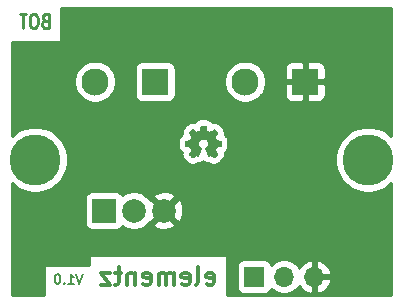
<source format=gbr>
G04 #@! TF.GenerationSoftware,KiCad,Pcbnew,5.1.5-52549c5~86~ubuntu16.04.1*
G04 #@! TF.CreationDate,2020-07-28T22:18:50+05:30*
G04 #@! TF.ProjectId,IRF520_MOSFET_Driver_V1.0,49524635-3230-45f4-9d4f-534645545f44,v1.0*
G04 #@! TF.SameCoordinates,Original*
G04 #@! TF.FileFunction,Copper,L2,Bot*
G04 #@! TF.FilePolarity,Positive*
%FSLAX46Y46*%
G04 Gerber Fmt 4.6, Leading zero omitted, Abs format (unit mm)*
G04 Created by KiCad (PCBNEW 5.1.5-52549c5~86~ubuntu16.04.1) date 2020-07-28 22:18:50*
%MOMM*%
%LPD*%
G04 APERTURE LIST*
%ADD10C,0.200000*%
%ADD11C,0.300000*%
%ADD12C,0.250000*%
%ADD13C,0.002540*%
%ADD14C,2.300000*%
%ADD15R,2.200000X2.200000*%
%ADD16O,1.700000X1.700000*%
%ADD17R,1.700000X1.700000*%
%ADD18R,2.000000X2.000000*%
%ADD19C,2.000000*%
%ADD20C,4.318000*%
%ADD21C,0.254000*%
G04 APERTURE END LIST*
D10*
X122631047Y-86175904D02*
X122364380Y-86975904D01*
X122097714Y-86175904D01*
X121412000Y-86975904D02*
X121869142Y-86975904D01*
X121640571Y-86975904D02*
X121640571Y-86175904D01*
X121716761Y-86290190D01*
X121792952Y-86366380D01*
X121869142Y-86404476D01*
X121069142Y-86899714D02*
X121031047Y-86937809D01*
X121069142Y-86975904D01*
X121107238Y-86937809D01*
X121069142Y-86899714D01*
X121069142Y-86975904D01*
X120535809Y-86175904D02*
X120459619Y-86175904D01*
X120383428Y-86214000D01*
X120345333Y-86252095D01*
X120307238Y-86328285D01*
X120269142Y-86480666D01*
X120269142Y-86671142D01*
X120307238Y-86823523D01*
X120345333Y-86899714D01*
X120383428Y-86937809D01*
X120459619Y-86975904D01*
X120535809Y-86975904D01*
X120612000Y-86937809D01*
X120650095Y-86899714D01*
X120688190Y-86823523D01*
X120726285Y-86671142D01*
X120726285Y-86480666D01*
X120688190Y-86328285D01*
X120650095Y-86252095D01*
X120612000Y-86214000D01*
X120535809Y-86175904D01*
D11*
X133139142Y-86967142D02*
X133282000Y-87038571D01*
X133567714Y-87038571D01*
X133710571Y-86967142D01*
X133782000Y-86824285D01*
X133782000Y-86252857D01*
X133710571Y-86110000D01*
X133567714Y-86038571D01*
X133282000Y-86038571D01*
X133139142Y-86110000D01*
X133067714Y-86252857D01*
X133067714Y-86395714D01*
X133782000Y-86538571D01*
X132210571Y-87038571D02*
X132353428Y-86967142D01*
X132424857Y-86824285D01*
X132424857Y-85538571D01*
X131067714Y-86967142D02*
X131210571Y-87038571D01*
X131496285Y-87038571D01*
X131639142Y-86967142D01*
X131710571Y-86824285D01*
X131710571Y-86252857D01*
X131639142Y-86110000D01*
X131496285Y-86038571D01*
X131210571Y-86038571D01*
X131067714Y-86110000D01*
X130996285Y-86252857D01*
X130996285Y-86395714D01*
X131710571Y-86538571D01*
X130353428Y-87038571D02*
X130353428Y-86038571D01*
X130353428Y-86181428D02*
X130282000Y-86110000D01*
X130139142Y-86038571D01*
X129924857Y-86038571D01*
X129782000Y-86110000D01*
X129710571Y-86252857D01*
X129710571Y-87038571D01*
X129710571Y-86252857D02*
X129639142Y-86110000D01*
X129496285Y-86038571D01*
X129282000Y-86038571D01*
X129139142Y-86110000D01*
X129067714Y-86252857D01*
X129067714Y-87038571D01*
X127782000Y-86967142D02*
X127924857Y-87038571D01*
X128210571Y-87038571D01*
X128353428Y-86967142D01*
X128424857Y-86824285D01*
X128424857Y-86252857D01*
X128353428Y-86110000D01*
X128210571Y-86038571D01*
X127924857Y-86038571D01*
X127782000Y-86110000D01*
X127710571Y-86252857D01*
X127710571Y-86395714D01*
X128424857Y-86538571D01*
X127067714Y-86038571D02*
X127067714Y-87038571D01*
X127067714Y-86181428D02*
X126996285Y-86110000D01*
X126853428Y-86038571D01*
X126639142Y-86038571D01*
X126496285Y-86110000D01*
X126424857Y-86252857D01*
X126424857Y-87038571D01*
X125924857Y-86038571D02*
X125353428Y-86038571D01*
X125710571Y-85538571D02*
X125710571Y-86824285D01*
X125639142Y-86967142D01*
X125496285Y-87038571D01*
X125353428Y-87038571D01*
X124996285Y-86038571D02*
X124210571Y-86038571D01*
X124996285Y-87038571D01*
X124210571Y-87038571D01*
D12*
X119451333Y-64684285D02*
X119308476Y-64741428D01*
X119260857Y-64798571D01*
X119213238Y-64912857D01*
X119213238Y-65084285D01*
X119260857Y-65198571D01*
X119308476Y-65255714D01*
X119403714Y-65312857D01*
X119784666Y-65312857D01*
X119784666Y-64112857D01*
X119451333Y-64112857D01*
X119356095Y-64170000D01*
X119308476Y-64227142D01*
X119260857Y-64341428D01*
X119260857Y-64455714D01*
X119308476Y-64570000D01*
X119356095Y-64627142D01*
X119451333Y-64684285D01*
X119784666Y-64684285D01*
X118594190Y-64112857D02*
X118403714Y-64112857D01*
X118308476Y-64170000D01*
X118213238Y-64284285D01*
X118165619Y-64512857D01*
X118165619Y-64912857D01*
X118213238Y-65141428D01*
X118308476Y-65255714D01*
X118403714Y-65312857D01*
X118594190Y-65312857D01*
X118689428Y-65255714D01*
X118784666Y-65141428D01*
X118832285Y-64912857D01*
X118832285Y-64512857D01*
X118784666Y-64284285D01*
X118689428Y-64170000D01*
X118594190Y-64112857D01*
X117879904Y-64112857D02*
X117308476Y-64112857D01*
X117594190Y-65312857D02*
X117594190Y-64112857D01*
D13*
G36*
X131932680Y-76276200D02*
G01*
X131950460Y-76268580D01*
X131983480Y-76245720D01*
X132034280Y-76212700D01*
X132092700Y-76174600D01*
X132153660Y-76133960D01*
X132201920Y-76100940D01*
X132237480Y-76078080D01*
X132250180Y-76070460D01*
X132257800Y-76073000D01*
X132285740Y-76088240D01*
X132326380Y-76108560D01*
X132351780Y-76121260D01*
X132389880Y-76136500D01*
X132407660Y-76141580D01*
X132410200Y-76136500D01*
X132425440Y-76106020D01*
X132445760Y-76057760D01*
X132473700Y-75991720D01*
X132506720Y-75915520D01*
X132542280Y-75834240D01*
X132575300Y-75750420D01*
X132608320Y-75671680D01*
X132638800Y-75598020D01*
X132661660Y-75539600D01*
X132676900Y-75498960D01*
X132684520Y-75481180D01*
X132681980Y-75478640D01*
X132664200Y-75460860D01*
X132631180Y-75435460D01*
X132560060Y-75377040D01*
X132488940Y-75290680D01*
X132445760Y-75191620D01*
X132433060Y-75079860D01*
X132443220Y-74978260D01*
X132483860Y-74881740D01*
X132552440Y-74792840D01*
X132636260Y-74726800D01*
X132732780Y-74686160D01*
X132842000Y-74673460D01*
X132946140Y-74683620D01*
X133045200Y-74724260D01*
X133134100Y-74790300D01*
X133172200Y-74833480D01*
X133223000Y-74924920D01*
X133253480Y-75018900D01*
X133256020Y-75041760D01*
X133250940Y-75148440D01*
X133220460Y-75250040D01*
X133164580Y-75338940D01*
X133088380Y-75412600D01*
X133078220Y-75420220D01*
X133042660Y-75448160D01*
X133017260Y-75465940D01*
X132999480Y-75481180D01*
X133134100Y-75803760D01*
X133154420Y-75854560D01*
X133192520Y-75943460D01*
X133223000Y-76019660D01*
X133250940Y-76080620D01*
X133268720Y-76121260D01*
X133276340Y-76136500D01*
X133289040Y-76139040D01*
X133311900Y-76131420D01*
X133357620Y-76108560D01*
X133388100Y-76093320D01*
X133421120Y-76078080D01*
X133436360Y-76070460D01*
X133451600Y-76078080D01*
X133484620Y-76098400D01*
X133530340Y-76131420D01*
X133588760Y-76169520D01*
X133644640Y-76207620D01*
X133695440Y-76240640D01*
X133731000Y-76266040D01*
X133748780Y-76273660D01*
X133751320Y-76273660D01*
X133769100Y-76266040D01*
X133797040Y-76240640D01*
X133840220Y-76200000D01*
X133903720Y-76139040D01*
X133913880Y-76128880D01*
X133964680Y-76078080D01*
X134005320Y-76032360D01*
X134033260Y-76001880D01*
X134043420Y-75989180D01*
X134033260Y-75971400D01*
X134010400Y-75933300D01*
X133977380Y-75882500D01*
X133936740Y-75821540D01*
X133830060Y-75666600D01*
X133888480Y-75521820D01*
X133906260Y-75476100D01*
X133929120Y-75420220D01*
X133946900Y-75382120D01*
X133954520Y-75364340D01*
X133972300Y-75359260D01*
X134010400Y-75349100D01*
X134068820Y-75338940D01*
X134139940Y-75326240D01*
X134205980Y-75313540D01*
X134264400Y-75300840D01*
X134307580Y-75293220D01*
X134327900Y-75290680D01*
X134332980Y-75285600D01*
X134335520Y-75277980D01*
X134338060Y-75257660D01*
X134340600Y-75219560D01*
X134340600Y-75163680D01*
X134340600Y-75079860D01*
X134340600Y-75072240D01*
X134340600Y-74993500D01*
X134338060Y-74930000D01*
X134335520Y-74891900D01*
X134332980Y-74874120D01*
X134315200Y-74869040D01*
X134272020Y-74861420D01*
X134213600Y-74848720D01*
X134142480Y-74836020D01*
X134137400Y-74836020D01*
X134066280Y-74820780D01*
X134007860Y-74808080D01*
X133964680Y-74800460D01*
X133946900Y-74792840D01*
X133944360Y-74787760D01*
X133929120Y-74759820D01*
X133908800Y-74716640D01*
X133885940Y-74663300D01*
X133863080Y-74607420D01*
X133842760Y-74556620D01*
X133830060Y-74521060D01*
X133824980Y-74503280D01*
X133835140Y-74485500D01*
X133860540Y-74449940D01*
X133896100Y-74399140D01*
X133936740Y-74338180D01*
X133939280Y-74333100D01*
X133979920Y-74272140D01*
X134012940Y-74221340D01*
X134035800Y-74185780D01*
X134043420Y-74170540D01*
X134043420Y-74168000D01*
X134030720Y-74150220D01*
X134000240Y-74117200D01*
X133954520Y-74071480D01*
X133903720Y-74018140D01*
X133885940Y-74002900D01*
X133827520Y-73944480D01*
X133786880Y-73908920D01*
X133761480Y-73888600D01*
X133751320Y-73883520D01*
X133748780Y-73883520D01*
X133731000Y-73893680D01*
X133692900Y-73919080D01*
X133642100Y-73954640D01*
X133581140Y-73995280D01*
X133578600Y-73997820D01*
X133517640Y-74038460D01*
X133466840Y-74074020D01*
X133431280Y-74096880D01*
X133416040Y-74104500D01*
X133413500Y-74104500D01*
X133390640Y-74099420D01*
X133347460Y-74084180D01*
X133294120Y-74063860D01*
X133238240Y-74041000D01*
X133187440Y-74020680D01*
X133151880Y-74002900D01*
X133134100Y-73992740D01*
X133131560Y-73992740D01*
X133126480Y-73969880D01*
X133116320Y-73924160D01*
X133103620Y-73863200D01*
X133088380Y-73789540D01*
X133085840Y-73779380D01*
X133073140Y-73705720D01*
X133062980Y-73647300D01*
X133052820Y-73606660D01*
X133050280Y-73588880D01*
X133040120Y-73588880D01*
X133004560Y-73586340D01*
X132951220Y-73583800D01*
X132885180Y-73583800D01*
X132819140Y-73583800D01*
X132753100Y-73583800D01*
X132697220Y-73586340D01*
X132656580Y-73588880D01*
X132638800Y-73593960D01*
X132633720Y-73616820D01*
X132623560Y-73660000D01*
X132610860Y-73723500D01*
X132595620Y-73797160D01*
X132593080Y-73809860D01*
X132580380Y-73880980D01*
X132567680Y-73939400D01*
X132560060Y-73980040D01*
X132554980Y-73995280D01*
X132549900Y-73997820D01*
X132519420Y-74013060D01*
X132471160Y-74030840D01*
X132412740Y-74056240D01*
X132275580Y-74112120D01*
X132107940Y-73995280D01*
X132092700Y-73985120D01*
X132031740Y-73944480D01*
X131980940Y-73911460D01*
X131945380Y-73888600D01*
X131932680Y-73880980D01*
X131930140Y-73880980D01*
X131914900Y-73896220D01*
X131881880Y-73926700D01*
X131836160Y-73972420D01*
X131782820Y-74023220D01*
X131742180Y-74063860D01*
X131696460Y-74109580D01*
X131668520Y-74142600D01*
X131650740Y-74162920D01*
X131645660Y-74175620D01*
X131648200Y-74183240D01*
X131658360Y-74201020D01*
X131683760Y-74236580D01*
X131716780Y-74289920D01*
X131757420Y-74348340D01*
X131792980Y-74399140D01*
X131828540Y-74455020D01*
X131851400Y-74495660D01*
X131861560Y-74513440D01*
X131859020Y-74523600D01*
X131846320Y-74556620D01*
X131826000Y-74604880D01*
X131800600Y-74665840D01*
X131742180Y-74797920D01*
X131655820Y-74815700D01*
X131602480Y-74825860D01*
X131528820Y-74838560D01*
X131457700Y-74853800D01*
X131345940Y-74874120D01*
X131343400Y-75277980D01*
X131361180Y-75285600D01*
X131376420Y-75290680D01*
X131417060Y-75300840D01*
X131475480Y-75311000D01*
X131544060Y-75323700D01*
X131605020Y-75336400D01*
X131663440Y-75346560D01*
X131706620Y-75354180D01*
X131724400Y-75359260D01*
X131729480Y-75364340D01*
X131744720Y-75394820D01*
X131765040Y-75440540D01*
X131787900Y-75493880D01*
X131813300Y-75552300D01*
X131833620Y-75603100D01*
X131848860Y-75643740D01*
X131853940Y-75664060D01*
X131846320Y-75679300D01*
X131823460Y-75714860D01*
X131790440Y-75765660D01*
X131749800Y-75824080D01*
X131709160Y-75882500D01*
X131676140Y-75933300D01*
X131650740Y-75968860D01*
X131643120Y-75986640D01*
X131648200Y-75996800D01*
X131671060Y-76024740D01*
X131714240Y-76070460D01*
X131780280Y-76136500D01*
X131792980Y-76146660D01*
X131843780Y-76197460D01*
X131889500Y-76238100D01*
X131919980Y-76266040D01*
X131932680Y-76276200D01*
G37*
X131932680Y-76276200D02*
X131950460Y-76268580D01*
X131983480Y-76245720D01*
X132034280Y-76212700D01*
X132092700Y-76174600D01*
X132153660Y-76133960D01*
X132201920Y-76100940D01*
X132237480Y-76078080D01*
X132250180Y-76070460D01*
X132257800Y-76073000D01*
X132285740Y-76088240D01*
X132326380Y-76108560D01*
X132351780Y-76121260D01*
X132389880Y-76136500D01*
X132407660Y-76141580D01*
X132410200Y-76136500D01*
X132425440Y-76106020D01*
X132445760Y-76057760D01*
X132473700Y-75991720D01*
X132506720Y-75915520D01*
X132542280Y-75834240D01*
X132575300Y-75750420D01*
X132608320Y-75671680D01*
X132638800Y-75598020D01*
X132661660Y-75539600D01*
X132676900Y-75498960D01*
X132684520Y-75481180D01*
X132681980Y-75478640D01*
X132664200Y-75460860D01*
X132631180Y-75435460D01*
X132560060Y-75377040D01*
X132488940Y-75290680D01*
X132445760Y-75191620D01*
X132433060Y-75079860D01*
X132443220Y-74978260D01*
X132483860Y-74881740D01*
X132552440Y-74792840D01*
X132636260Y-74726800D01*
X132732780Y-74686160D01*
X132842000Y-74673460D01*
X132946140Y-74683620D01*
X133045200Y-74724260D01*
X133134100Y-74790300D01*
X133172200Y-74833480D01*
X133223000Y-74924920D01*
X133253480Y-75018900D01*
X133256020Y-75041760D01*
X133250940Y-75148440D01*
X133220460Y-75250040D01*
X133164580Y-75338940D01*
X133088380Y-75412600D01*
X133078220Y-75420220D01*
X133042660Y-75448160D01*
X133017260Y-75465940D01*
X132999480Y-75481180D01*
X133134100Y-75803760D01*
X133154420Y-75854560D01*
X133192520Y-75943460D01*
X133223000Y-76019660D01*
X133250940Y-76080620D01*
X133268720Y-76121260D01*
X133276340Y-76136500D01*
X133289040Y-76139040D01*
X133311900Y-76131420D01*
X133357620Y-76108560D01*
X133388100Y-76093320D01*
X133421120Y-76078080D01*
X133436360Y-76070460D01*
X133451600Y-76078080D01*
X133484620Y-76098400D01*
X133530340Y-76131420D01*
X133588760Y-76169520D01*
X133644640Y-76207620D01*
X133695440Y-76240640D01*
X133731000Y-76266040D01*
X133748780Y-76273660D01*
X133751320Y-76273660D01*
X133769100Y-76266040D01*
X133797040Y-76240640D01*
X133840220Y-76200000D01*
X133903720Y-76139040D01*
X133913880Y-76128880D01*
X133964680Y-76078080D01*
X134005320Y-76032360D01*
X134033260Y-76001880D01*
X134043420Y-75989180D01*
X134033260Y-75971400D01*
X134010400Y-75933300D01*
X133977380Y-75882500D01*
X133936740Y-75821540D01*
X133830060Y-75666600D01*
X133888480Y-75521820D01*
X133906260Y-75476100D01*
X133929120Y-75420220D01*
X133946900Y-75382120D01*
X133954520Y-75364340D01*
X133972300Y-75359260D01*
X134010400Y-75349100D01*
X134068820Y-75338940D01*
X134139940Y-75326240D01*
X134205980Y-75313540D01*
X134264400Y-75300840D01*
X134307580Y-75293220D01*
X134327900Y-75290680D01*
X134332980Y-75285600D01*
X134335520Y-75277980D01*
X134338060Y-75257660D01*
X134340600Y-75219560D01*
X134340600Y-75163680D01*
X134340600Y-75079860D01*
X134340600Y-75072240D01*
X134340600Y-74993500D01*
X134338060Y-74930000D01*
X134335520Y-74891900D01*
X134332980Y-74874120D01*
X134315200Y-74869040D01*
X134272020Y-74861420D01*
X134213600Y-74848720D01*
X134142480Y-74836020D01*
X134137400Y-74836020D01*
X134066280Y-74820780D01*
X134007860Y-74808080D01*
X133964680Y-74800460D01*
X133946900Y-74792840D01*
X133944360Y-74787760D01*
X133929120Y-74759820D01*
X133908800Y-74716640D01*
X133885940Y-74663300D01*
X133863080Y-74607420D01*
X133842760Y-74556620D01*
X133830060Y-74521060D01*
X133824980Y-74503280D01*
X133835140Y-74485500D01*
X133860540Y-74449940D01*
X133896100Y-74399140D01*
X133936740Y-74338180D01*
X133939280Y-74333100D01*
X133979920Y-74272140D01*
X134012940Y-74221340D01*
X134035800Y-74185780D01*
X134043420Y-74170540D01*
X134043420Y-74168000D01*
X134030720Y-74150220D01*
X134000240Y-74117200D01*
X133954520Y-74071480D01*
X133903720Y-74018140D01*
X133885940Y-74002900D01*
X133827520Y-73944480D01*
X133786880Y-73908920D01*
X133761480Y-73888600D01*
X133751320Y-73883520D01*
X133748780Y-73883520D01*
X133731000Y-73893680D01*
X133692900Y-73919080D01*
X133642100Y-73954640D01*
X133581140Y-73995280D01*
X133578600Y-73997820D01*
X133517640Y-74038460D01*
X133466840Y-74074020D01*
X133431280Y-74096880D01*
X133416040Y-74104500D01*
X133413500Y-74104500D01*
X133390640Y-74099420D01*
X133347460Y-74084180D01*
X133294120Y-74063860D01*
X133238240Y-74041000D01*
X133187440Y-74020680D01*
X133151880Y-74002900D01*
X133134100Y-73992740D01*
X133131560Y-73992740D01*
X133126480Y-73969880D01*
X133116320Y-73924160D01*
X133103620Y-73863200D01*
X133088380Y-73789540D01*
X133085840Y-73779380D01*
X133073140Y-73705720D01*
X133062980Y-73647300D01*
X133052820Y-73606660D01*
X133050280Y-73588880D01*
X133040120Y-73588880D01*
X133004560Y-73586340D01*
X132951220Y-73583800D01*
X132885180Y-73583800D01*
X132819140Y-73583800D01*
X132753100Y-73583800D01*
X132697220Y-73586340D01*
X132656580Y-73588880D01*
X132638800Y-73593960D01*
X132633720Y-73616820D01*
X132623560Y-73660000D01*
X132610860Y-73723500D01*
X132595620Y-73797160D01*
X132593080Y-73809860D01*
X132580380Y-73880980D01*
X132567680Y-73939400D01*
X132560060Y-73980040D01*
X132554980Y-73995280D01*
X132549900Y-73997820D01*
X132519420Y-74013060D01*
X132471160Y-74030840D01*
X132412740Y-74056240D01*
X132275580Y-74112120D01*
X132107940Y-73995280D01*
X132092700Y-73985120D01*
X132031740Y-73944480D01*
X131980940Y-73911460D01*
X131945380Y-73888600D01*
X131932680Y-73880980D01*
X131930140Y-73880980D01*
X131914900Y-73896220D01*
X131881880Y-73926700D01*
X131836160Y-73972420D01*
X131782820Y-74023220D01*
X131742180Y-74063860D01*
X131696460Y-74109580D01*
X131668520Y-74142600D01*
X131650740Y-74162920D01*
X131645660Y-74175620D01*
X131648200Y-74183240D01*
X131658360Y-74201020D01*
X131683760Y-74236580D01*
X131716780Y-74289920D01*
X131757420Y-74348340D01*
X131792980Y-74399140D01*
X131828540Y-74455020D01*
X131851400Y-74495660D01*
X131861560Y-74513440D01*
X131859020Y-74523600D01*
X131846320Y-74556620D01*
X131826000Y-74604880D01*
X131800600Y-74665840D01*
X131742180Y-74797920D01*
X131655820Y-74815700D01*
X131602480Y-74825860D01*
X131528820Y-74838560D01*
X131457700Y-74853800D01*
X131345940Y-74874120D01*
X131343400Y-75277980D01*
X131361180Y-75285600D01*
X131376420Y-75290680D01*
X131417060Y-75300840D01*
X131475480Y-75311000D01*
X131544060Y-75323700D01*
X131605020Y-75336400D01*
X131663440Y-75346560D01*
X131706620Y-75354180D01*
X131724400Y-75359260D01*
X131729480Y-75364340D01*
X131744720Y-75394820D01*
X131765040Y-75440540D01*
X131787900Y-75493880D01*
X131813300Y-75552300D01*
X131833620Y-75603100D01*
X131848860Y-75643740D01*
X131853940Y-75664060D01*
X131846320Y-75679300D01*
X131823460Y-75714860D01*
X131790440Y-75765660D01*
X131749800Y-75824080D01*
X131709160Y-75882500D01*
X131676140Y-75933300D01*
X131650740Y-75968860D01*
X131643120Y-75986640D01*
X131648200Y-75996800D01*
X131671060Y-76024740D01*
X131714240Y-76070460D01*
X131780280Y-76136500D01*
X131792980Y-76146660D01*
X131843780Y-76197460D01*
X131889500Y-76238100D01*
X131919980Y-76266040D01*
X131932680Y-76276200D01*
D14*
X123698000Y-69850000D03*
D15*
X128778000Y-69850000D03*
D14*
X136398000Y-69850000D03*
D15*
X141478000Y-69850000D03*
D16*
X142240000Y-86360000D03*
X139700000Y-86360000D03*
D17*
X137160000Y-86360000D03*
D18*
X124460000Y-80772000D03*
D19*
X127000000Y-80772000D03*
X129540000Y-80772000D03*
D20*
X146812000Y-76454000D03*
X118618000Y-76454000D03*
D21*
G36*
X148740001Y-74430688D02*
G01*
X148593071Y-74283758D01*
X148135455Y-73977989D01*
X147626980Y-73767372D01*
X147087185Y-73660000D01*
X146536815Y-73660000D01*
X145997020Y-73767372D01*
X145488545Y-73977989D01*
X145030929Y-74283758D01*
X144641758Y-74672929D01*
X144335989Y-75130545D01*
X144125372Y-75639020D01*
X144018000Y-76178815D01*
X144018000Y-76729185D01*
X144125372Y-77268980D01*
X144335989Y-77777455D01*
X144641758Y-78235071D01*
X145030929Y-78624242D01*
X145488545Y-78930011D01*
X145997020Y-79140628D01*
X146536815Y-79248000D01*
X147087185Y-79248000D01*
X147626980Y-79140628D01*
X148135455Y-78930011D01*
X148593071Y-78624242D01*
X148740000Y-78477313D01*
X148740000Y-87940000D01*
X134852715Y-87940000D01*
X134852715Y-85510000D01*
X135671928Y-85510000D01*
X135671928Y-87210000D01*
X135684188Y-87334482D01*
X135720498Y-87454180D01*
X135779463Y-87564494D01*
X135858815Y-87661185D01*
X135955506Y-87740537D01*
X136065820Y-87799502D01*
X136185518Y-87835812D01*
X136310000Y-87848072D01*
X138010000Y-87848072D01*
X138134482Y-87835812D01*
X138254180Y-87799502D01*
X138364494Y-87740537D01*
X138461185Y-87661185D01*
X138540537Y-87564494D01*
X138599502Y-87454180D01*
X138621513Y-87381620D01*
X138753368Y-87513475D01*
X138996589Y-87675990D01*
X139266842Y-87787932D01*
X139553740Y-87845000D01*
X139846260Y-87845000D01*
X140133158Y-87787932D01*
X140403411Y-87675990D01*
X140646632Y-87513475D01*
X140853475Y-87306632D01*
X140975195Y-87124466D01*
X141044822Y-87241355D01*
X141239731Y-87457588D01*
X141473080Y-87631641D01*
X141735901Y-87756825D01*
X141883110Y-87801476D01*
X142113000Y-87680155D01*
X142113000Y-86487000D01*
X142367000Y-86487000D01*
X142367000Y-87680155D01*
X142596890Y-87801476D01*
X142744099Y-87756825D01*
X143006920Y-87631641D01*
X143240269Y-87457588D01*
X143435178Y-87241355D01*
X143584157Y-86991252D01*
X143681481Y-86716891D01*
X143560814Y-86487000D01*
X142367000Y-86487000D01*
X142113000Y-86487000D01*
X142093000Y-86487000D01*
X142093000Y-86233000D01*
X142113000Y-86233000D01*
X142113000Y-85039845D01*
X142367000Y-85039845D01*
X142367000Y-86233000D01*
X143560814Y-86233000D01*
X143681481Y-86003109D01*
X143584157Y-85728748D01*
X143435178Y-85478645D01*
X143240269Y-85262412D01*
X143006920Y-85088359D01*
X142744099Y-84963175D01*
X142596890Y-84918524D01*
X142367000Y-85039845D01*
X142113000Y-85039845D01*
X141883110Y-84918524D01*
X141735901Y-84963175D01*
X141473080Y-85088359D01*
X141239731Y-85262412D01*
X141044822Y-85478645D01*
X140975195Y-85595534D01*
X140853475Y-85413368D01*
X140646632Y-85206525D01*
X140403411Y-85044010D01*
X140133158Y-84932068D01*
X139846260Y-84875000D01*
X139553740Y-84875000D01*
X139266842Y-84932068D01*
X138996589Y-85044010D01*
X138753368Y-85206525D01*
X138621513Y-85338380D01*
X138599502Y-85265820D01*
X138540537Y-85155506D01*
X138461185Y-85058815D01*
X138364494Y-84979463D01*
X138254180Y-84920498D01*
X138134482Y-84884188D01*
X138010000Y-84871928D01*
X136310000Y-84871928D01*
X136185518Y-84884188D01*
X136065820Y-84920498D01*
X135955506Y-84979463D01*
X135858815Y-85058815D01*
X135779463Y-85155506D01*
X135720498Y-85265820D01*
X135684188Y-85385518D01*
X135671928Y-85510000D01*
X134852715Y-85510000D01*
X134852715Y-84570000D01*
X123211286Y-84570000D01*
X123211286Y-85353000D01*
X119381762Y-85353000D01*
X119381762Y-87940000D01*
X116660000Y-87940000D01*
X116660000Y-79772000D01*
X122821928Y-79772000D01*
X122821928Y-81772000D01*
X122834188Y-81896482D01*
X122870498Y-82016180D01*
X122929463Y-82126494D01*
X123008815Y-82223185D01*
X123105506Y-82302537D01*
X123215820Y-82361502D01*
X123335518Y-82397812D01*
X123460000Y-82410072D01*
X125460000Y-82410072D01*
X125584482Y-82397812D01*
X125704180Y-82361502D01*
X125814494Y-82302537D01*
X125911185Y-82223185D01*
X125990537Y-82126494D01*
X126015191Y-82080370D01*
X126225537Y-82220918D01*
X126523088Y-82344168D01*
X126838967Y-82407000D01*
X127161033Y-82407000D01*
X127476912Y-82344168D01*
X127774463Y-82220918D01*
X128042252Y-82041987D01*
X128176826Y-81907413D01*
X128584192Y-81907413D01*
X128679956Y-82171814D01*
X128969571Y-82312704D01*
X129281108Y-82394384D01*
X129602595Y-82413718D01*
X129921675Y-82369961D01*
X130226088Y-82264795D01*
X130400044Y-82171814D01*
X130495808Y-81907413D01*
X129540000Y-80951605D01*
X128584192Y-81907413D01*
X128176826Y-81907413D01*
X128269987Y-81814252D01*
X128342720Y-81705400D01*
X128404587Y-81727808D01*
X129360395Y-80772000D01*
X129719605Y-80772000D01*
X130675413Y-81727808D01*
X130939814Y-81632044D01*
X131080704Y-81342429D01*
X131162384Y-81030892D01*
X131181718Y-80709405D01*
X131137961Y-80390325D01*
X131032795Y-80085912D01*
X130939814Y-79911956D01*
X130675413Y-79816192D01*
X129719605Y-80772000D01*
X129360395Y-80772000D01*
X128404587Y-79816192D01*
X128342720Y-79838600D01*
X128269987Y-79729748D01*
X128176826Y-79636587D01*
X128584192Y-79636587D01*
X129540000Y-80592395D01*
X130495808Y-79636587D01*
X130400044Y-79372186D01*
X130110429Y-79231296D01*
X129798892Y-79149616D01*
X129477405Y-79130282D01*
X129158325Y-79174039D01*
X128853912Y-79279205D01*
X128679956Y-79372186D01*
X128584192Y-79636587D01*
X128176826Y-79636587D01*
X128042252Y-79502013D01*
X127774463Y-79323082D01*
X127476912Y-79199832D01*
X127161033Y-79137000D01*
X126838967Y-79137000D01*
X126523088Y-79199832D01*
X126225537Y-79323082D01*
X126015191Y-79463630D01*
X125990537Y-79417506D01*
X125911185Y-79320815D01*
X125814494Y-79241463D01*
X125704180Y-79182498D01*
X125584482Y-79146188D01*
X125460000Y-79133928D01*
X123460000Y-79133928D01*
X123335518Y-79146188D01*
X123215820Y-79182498D01*
X123105506Y-79241463D01*
X123008815Y-79320815D01*
X122929463Y-79417506D01*
X122870498Y-79527820D01*
X122834188Y-79647518D01*
X122821928Y-79772000D01*
X116660000Y-79772000D01*
X116660000Y-78447313D01*
X116836929Y-78624242D01*
X117294545Y-78930011D01*
X117803020Y-79140628D01*
X118342815Y-79248000D01*
X118893185Y-79248000D01*
X119432980Y-79140628D01*
X119941455Y-78930011D01*
X120399071Y-78624242D01*
X120788242Y-78235071D01*
X121094011Y-77777455D01*
X121304628Y-77268980D01*
X121412000Y-76729185D01*
X121412000Y-76178815D01*
X121304628Y-75639020D01*
X121153423Y-75273978D01*
X130707143Y-75273978D01*
X130712387Y-75331157D01*
X130716799Y-75388483D01*
X130718057Y-75392987D01*
X130718483Y-75397637D01*
X130734729Y-75452697D01*
X130750195Y-75508085D01*
X130752304Y-75512260D01*
X130753626Y-75516740D01*
X130780259Y-75567599D01*
X130806187Y-75618924D01*
X130809067Y-75622610D01*
X130811233Y-75626746D01*
X130847261Y-75671493D01*
X130882642Y-75716776D01*
X130886177Y-75719827D01*
X130889110Y-75723470D01*
X130933167Y-75760386D01*
X130976646Y-75797914D01*
X130980710Y-75800222D01*
X130984292Y-75803224D01*
X131029162Y-75827851D01*
X131020751Y-75854367D01*
X131018171Y-75877373D01*
X131012789Y-75899903D01*
X131011265Y-75938954D01*
X131006912Y-75977772D01*
X131008850Y-76000845D01*
X131007947Y-76023988D01*
X131014035Y-76062576D01*
X131017306Y-76101514D01*
X131023689Y-76123773D01*
X131027298Y-76146649D01*
X131036679Y-76172194D01*
X131036853Y-76173134D01*
X131039085Y-76178747D01*
X131040765Y-76183321D01*
X131051536Y-76220881D01*
X131062123Y-76241480D01*
X131070105Y-76263215D01*
X131074023Y-76271189D01*
X131079103Y-76281348D01*
X131081254Y-76284768D01*
X131082746Y-76288520D01*
X131100067Y-76315306D01*
X131108301Y-76331326D01*
X131119105Y-76344956D01*
X131145210Y-76386467D01*
X131147982Y-76389401D01*
X131150176Y-76392795D01*
X131155754Y-76399710D01*
X131178614Y-76427650D01*
X131191470Y-76440555D01*
X131202428Y-76455117D01*
X131208483Y-76461618D01*
X131251663Y-76507338D01*
X131255182Y-76510401D01*
X131258091Y-76514045D01*
X131264329Y-76520371D01*
X131330369Y-76586411D01*
X131344591Y-76598093D01*
X131393869Y-76647371D01*
X131404909Y-76656439D01*
X131414466Y-76667066D01*
X131421065Y-76673014D01*
X131463161Y-76710433D01*
X131490037Y-76735069D01*
X131503613Y-76745266D01*
X131515607Y-76757285D01*
X131522505Y-76762883D01*
X131535205Y-76773043D01*
X131558774Y-76788384D01*
X131580561Y-76806154D01*
X131610684Y-76822172D01*
X131639279Y-76840784D01*
X131665375Y-76851254D01*
X131690202Y-76864455D01*
X131722864Y-76874317D01*
X131754529Y-76887021D01*
X131782159Y-76892221D01*
X131809079Y-76900350D01*
X131843042Y-76903681D01*
X131876563Y-76909990D01*
X131904676Y-76909725D01*
X131932665Y-76912470D01*
X131966619Y-76909141D01*
X132000737Y-76908820D01*
X132028272Y-76903098D01*
X132056250Y-76900355D01*
X132088906Y-76890496D01*
X132122317Y-76883553D01*
X132148214Y-76872592D01*
X132175129Y-76864467D01*
X132183319Y-76861024D01*
X132201099Y-76853404D01*
X132226361Y-76839517D01*
X132236674Y-76835152D01*
X132246836Y-76828262D01*
X132253035Y-76824854D01*
X132305292Y-76796722D01*
X132309786Y-76793656D01*
X132309918Y-76793584D01*
X132310029Y-76793491D01*
X132312631Y-76791716D01*
X132337999Y-76774154D01*
X132339912Y-76772910D01*
X132355022Y-76775668D01*
X132356026Y-76775653D01*
X132357019Y-76775831D01*
X132418215Y-76774726D01*
X132479187Y-76773817D01*
X132480169Y-76773607D01*
X132481177Y-76773589D01*
X132541011Y-76760614D01*
X132600626Y-76747883D01*
X132601548Y-76747487D01*
X132602534Y-76747273D01*
X132658595Y-76722972D01*
X132714716Y-76698856D01*
X132715548Y-76698285D01*
X132716469Y-76697886D01*
X132766609Y-76663251D01*
X132817111Y-76628601D01*
X132817816Y-76627879D01*
X132818642Y-76627309D01*
X132844111Y-76601087D01*
X132858617Y-76616445D01*
X132888148Y-76637459D01*
X132915862Y-76660804D01*
X132938611Y-76673367D01*
X132959793Y-76688440D01*
X132992845Y-76703319D01*
X133024565Y-76720836D01*
X133049323Y-76728742D01*
X133073028Y-76739413D01*
X133102654Y-76746272D01*
X133114033Y-76750769D01*
X133124022Y-76752596D01*
X133142858Y-76758611D01*
X133151557Y-76760414D01*
X133164258Y-76762954D01*
X133182657Y-76764794D01*
X133194006Y-76767421D01*
X133207426Y-76767851D01*
X133236185Y-76773111D01*
X133262071Y-76772734D01*
X133287819Y-76775308D01*
X133324001Y-76771831D01*
X133344019Y-76771539D01*
X133361176Y-76783794D01*
X133362812Y-76784736D01*
X133364246Y-76785974D01*
X133416653Y-76815744D01*
X133468784Y-76845766D01*
X133470575Y-76846373D01*
X133472220Y-76847308D01*
X133480361Y-76850864D01*
X133498141Y-76858484D01*
X133508671Y-76861824D01*
X133508842Y-76861915D01*
X133511250Y-76862642D01*
X133545163Y-76873399D01*
X133616492Y-76896026D01*
X133616501Y-76896027D01*
X133616507Y-76896029D01*
X133624960Y-76896977D01*
X133627719Y-76897810D01*
X133664927Y-76901459D01*
X133667995Y-76901803D01*
X133739896Y-76909868D01*
X133748780Y-76909930D01*
X133751320Y-76909930D01*
X133811895Y-76903990D01*
X133823922Y-76902811D01*
X133863654Y-76899474D01*
X133866608Y-76898627D01*
X133874890Y-76897815D01*
X133874898Y-76897813D01*
X133874905Y-76897812D01*
X133935466Y-76879528D01*
X133970672Y-76868900D01*
X133977023Y-76867378D01*
X133979421Y-76866276D01*
X133983021Y-76865244D01*
X133983362Y-76865069D01*
X133993769Y-76861927D01*
X133993781Y-76861922D01*
X133993787Y-76861920D01*
X134001959Y-76858484D01*
X134019739Y-76850864D01*
X134054164Y-76831940D01*
X134089863Y-76815540D01*
X134108453Y-76802096D01*
X134128558Y-76791044D01*
X134158653Y-76765793D01*
X134190486Y-76742772D01*
X134197102Y-76736842D01*
X134225042Y-76711442D01*
X134225759Y-76710650D01*
X134226605Y-76710015D01*
X134233117Y-76703972D01*
X134276297Y-76663332D01*
X134276388Y-76663227D01*
X134280857Y-76658997D01*
X134344357Y-76598037D01*
X134345695Y-76596474D01*
X134347305Y-76595189D01*
X134353631Y-76588951D01*
X134414591Y-76527991D01*
X134423659Y-76516951D01*
X134434286Y-76507394D01*
X134440234Y-76500795D01*
X134477653Y-76458699D01*
X134502289Y-76431823D01*
X134512486Y-76418247D01*
X134524505Y-76406253D01*
X134530103Y-76399355D01*
X134540263Y-76386655D01*
X134541496Y-76384761D01*
X134543058Y-76383135D01*
X134567472Y-76345041D01*
X134576866Y-76332534D01*
X134580777Y-76324411D01*
X134608004Y-76282581D01*
X134608845Y-76280485D01*
X134610062Y-76278586D01*
X134631954Y-76222885D01*
X134654241Y-76167331D01*
X134654658Y-76165114D01*
X134655484Y-76163013D01*
X134666146Y-76104078D01*
X134677210Y-76045297D01*
X134677189Y-76043042D01*
X134677591Y-76040819D01*
X134676604Y-75980981D01*
X134676040Y-75921123D01*
X134675580Y-75918910D01*
X134675543Y-75916657D01*
X134662960Y-75858184D01*
X134657719Y-75832967D01*
X134674437Y-75824301D01*
X134703190Y-75801348D01*
X134717359Y-75792643D01*
X134725099Y-75785484D01*
X134743021Y-75772877D01*
X134756374Y-75758892D01*
X134771485Y-75746829D01*
X134777811Y-75740591D01*
X134782891Y-75735511D01*
X134794778Y-75721040D01*
X134808524Y-75708326D01*
X134820909Y-75691301D01*
X134828775Y-75683063D01*
X134838422Y-75667906D01*
X134861710Y-75639554D01*
X134870557Y-75623054D01*
X134881575Y-75607909D01*
X134894816Y-75579299D01*
X134895450Y-75578303D01*
X134896367Y-75575947D01*
X134899842Y-75568438D01*
X134920391Y-75530116D01*
X134925865Y-75512211D01*
X134933731Y-75495215D01*
X134936599Y-75486806D01*
X134939139Y-75479186D01*
X134948432Y-75438398D01*
X134956697Y-75411364D01*
X134958134Y-75397214D01*
X134965713Y-75365707D01*
X134966707Y-75358185D01*
X134966724Y-75358111D01*
X134966726Y-75358043D01*
X134966877Y-75356900D01*
X134969417Y-75336580D01*
X134969789Y-75322602D01*
X134972268Y-75308844D01*
X134972921Y-75299984D01*
X134975461Y-75261884D01*
X134974938Y-75245115D01*
X134976808Y-75228444D01*
X134976870Y-75219560D01*
X134976870Y-74993500D01*
X134976060Y-74985236D01*
X134976655Y-74976949D01*
X134976362Y-74968070D01*
X134973822Y-74904570D01*
X134973268Y-74900573D01*
X134973450Y-74896545D01*
X134972921Y-74887676D01*
X134970381Y-74849576D01*
X134967181Y-74830274D01*
X134966590Y-74810722D01*
X134965395Y-74801918D01*
X134962855Y-74784138D01*
X134952513Y-74741811D01*
X134950069Y-74727071D01*
X134948172Y-74722026D01*
X134940615Y-74685391D01*
X134936124Y-74674736D01*
X134933381Y-74663509D01*
X134912047Y-74617611D01*
X134892385Y-74570961D01*
X134885912Y-74561384D01*
X134881039Y-74550900D01*
X134851196Y-74510020D01*
X134822848Y-74468079D01*
X134814635Y-74459939D01*
X134807821Y-74450605D01*
X134770595Y-74416289D01*
X134734650Y-74380663D01*
X134725023Y-74374280D01*
X134716517Y-74366439D01*
X134673327Y-74340004D01*
X134658490Y-74330166D01*
X134660122Y-74320682D01*
X134665786Y-74302828D01*
X134667463Y-74287873D01*
X134669904Y-74279169D01*
X134672091Y-74251141D01*
X134678010Y-74216752D01*
X134677541Y-74198030D01*
X134679628Y-74179424D01*
X134679690Y-74170540D01*
X134679690Y-74168000D01*
X134679071Y-74161692D01*
X134679565Y-74155367D01*
X134675640Y-74122144D01*
X134674900Y-74092613D01*
X134670275Y-74071980D01*
X134667572Y-74044415D01*
X134665739Y-74038344D01*
X134664995Y-74032046D01*
X134653055Y-73995161D01*
X134647738Y-73971442D01*
X134640797Y-73955731D01*
X134631681Y-73925536D01*
X134628704Y-73919937D01*
X134626751Y-73913904D01*
X134605391Y-73875587D01*
X134597557Y-73857854D01*
X134589845Y-73846855D01*
X134573383Y-73815894D01*
X134569377Y-73810982D01*
X134566288Y-73805441D01*
X134561174Y-73798176D01*
X134548474Y-73780396D01*
X134525195Y-73753747D01*
X134504234Y-73725221D01*
X134498253Y-73718651D01*
X134467773Y-73685631D01*
X134461573Y-73680108D01*
X134456389Y-73673615D01*
X134450151Y-73667289D01*
X134409907Y-73627045D01*
X134364467Y-73579333D01*
X134343896Y-73561578D01*
X134342089Y-73559315D01*
X134335851Y-73552989D01*
X134335067Y-73552205D01*
X134324504Y-73540877D01*
X134318649Y-73535787D01*
X134277431Y-73494569D01*
X134264467Y-73483920D01*
X134253152Y-73471535D01*
X134246507Y-73465638D01*
X134205867Y-73430078D01*
X134198044Y-73424480D01*
X134191253Y-73417675D01*
X134184355Y-73412077D01*
X134158955Y-73391757D01*
X134158511Y-73391468D01*
X134158132Y-73391100D01*
X134120620Y-73366772D01*
X134110792Y-73358525D01*
X134092175Y-73348290D01*
X134054881Y-73324016D01*
X134054393Y-73323820D01*
X134053947Y-73323531D01*
X134046028Y-73319503D01*
X134035869Y-73314423D01*
X134018382Y-73307723D01*
X134001973Y-73298702D01*
X133960514Y-73285550D01*
X133919911Y-73269993D01*
X133901462Y-73266818D01*
X133883608Y-73261154D01*
X133840388Y-73256306D01*
X133809266Y-73250950D01*
X133800419Y-73249349D01*
X133800006Y-73249356D01*
X133797532Y-73248930D01*
X133778810Y-73249399D01*
X133760204Y-73247312D01*
X133751320Y-73247250D01*
X133748780Y-73247250D01*
X133712601Y-73250798D01*
X133676257Y-73251397D01*
X133650954Y-73256842D01*
X133625195Y-73259368D01*
X133599079Y-73267253D01*
X133598339Y-73265660D01*
X133589574Y-73253653D01*
X133582688Y-73240482D01*
X133553025Y-73203589D01*
X133525121Y-73165365D01*
X133514195Y-73155293D01*
X133504878Y-73143705D01*
X133468618Y-73113279D01*
X133433817Y-73081199D01*
X133421136Y-73073437D01*
X133409752Y-73063885D01*
X133368284Y-73041088D01*
X133327903Y-73016372D01*
X133313955Y-73011221D01*
X133300933Y-73004062D01*
X133255825Y-72989753D01*
X133211416Y-72973352D01*
X133196737Y-72971009D01*
X133182568Y-72966514D01*
X133135523Y-72961237D01*
X133088790Y-72953777D01*
X133082453Y-72954013D01*
X133049892Y-72951687D01*
X133046773Y-72951769D01*
X133043695Y-72951275D01*
X133034824Y-72950790D01*
X132981484Y-72948250D01*
X132970767Y-72948788D01*
X132960104Y-72947592D01*
X132951220Y-72947530D01*
X132753100Y-72947530D01*
X132743105Y-72948510D01*
X132733086Y-72947845D01*
X132724209Y-72948186D01*
X132668328Y-72950726D01*
X132667366Y-72950865D01*
X132666401Y-72950817D01*
X132657530Y-72951309D01*
X132616891Y-72953849D01*
X132614858Y-72954177D01*
X132612801Y-72954118D01*
X132553504Y-72964089D01*
X132543268Y-72965743D01*
X132534101Y-72966363D01*
X132526113Y-72968514D01*
X132494302Y-72973653D01*
X132492378Y-72974368D01*
X132490342Y-72974710D01*
X132481783Y-72977091D01*
X132464003Y-72982171D01*
X132439563Y-72991820D01*
X132414194Y-72998652D01*
X132381947Y-73014569D01*
X132348502Y-73027774D01*
X132326407Y-73041983D01*
X132302842Y-73053615D01*
X132274297Y-73075496D01*
X132244057Y-73094943D01*
X132225144Y-73113173D01*
X132204287Y-73129160D01*
X132180536Y-73156168D01*
X132154650Y-73181119D01*
X132139632Y-73202682D01*
X132122283Y-73222411D01*
X132104240Y-73253500D01*
X132094217Y-73267892D01*
X132064968Y-73258614D01*
X132045965Y-73256483D01*
X132027427Y-73251804D01*
X131984389Y-73249576D01*
X131941564Y-73244772D01*
X131932680Y-73244710D01*
X131930140Y-73244710D01*
X131916413Y-73246056D01*
X131903415Y-73245383D01*
X131863556Y-73251152D01*
X131813098Y-73255567D01*
X131809880Y-73256502D01*
X131806555Y-73256828D01*
X131790170Y-73261775D01*
X131780517Y-73263172D01*
X131750742Y-73273679D01*
X131750291Y-73273815D01*
X131693850Y-73290213D01*
X131690884Y-73291751D01*
X131687676Y-73292719D01*
X131669708Y-73302273D01*
X131663416Y-73304493D01*
X131644830Y-73315501D01*
X131635738Y-73320335D01*
X131583603Y-73347359D01*
X131580989Y-73349446D01*
X131578034Y-73351017D01*
X131559923Y-73365788D01*
X131556571Y-73367773D01*
X131547176Y-73376184D01*
X131532466Y-73388181D01*
X131486555Y-73424831D01*
X131481901Y-73429420D01*
X131481802Y-73429501D01*
X131481726Y-73429593D01*
X131480229Y-73431069D01*
X131473971Y-73437327D01*
X131450311Y-73459167D01*
X131444788Y-73465367D01*
X131438295Y-73470551D01*
X131431969Y-73476789D01*
X131391725Y-73517033D01*
X131344013Y-73562473D01*
X131341838Y-73564993D01*
X131339235Y-73567071D01*
X131332909Y-73573309D01*
X131246549Y-73659669D01*
X131232556Y-73676704D01*
X131216526Y-73691844D01*
X131210740Y-73698586D01*
X131186199Y-73727589D01*
X131171898Y-73743933D01*
X131148039Y-73777277D01*
X131122018Y-73808953D01*
X131111988Y-73827658D01*
X131099636Y-73844920D01*
X131085784Y-73875477D01*
X131079573Y-73885127D01*
X131075093Y-73896463D01*
X131063335Y-73918390D01*
X131059978Y-73926616D01*
X131054898Y-73939315D01*
X131051424Y-73951273D01*
X131048365Y-73958020D01*
X131044872Y-73972930D01*
X131033931Y-74000613D01*
X131028567Y-74029941D01*
X131020251Y-74058562D01*
X131017424Y-74090861D01*
X131011589Y-74122765D01*
X131012024Y-74152575D01*
X131009425Y-74182268D01*
X131012926Y-74214506D01*
X131013399Y-74246930D01*
X131019614Y-74276083D01*
X131022833Y-74305719D01*
X131028887Y-74325039D01*
X131002156Y-74338721D01*
X131001568Y-74339186D01*
X131000897Y-74339531D01*
X130952778Y-74377724D01*
X130904711Y-74415692D01*
X130904225Y-74416261D01*
X130903633Y-74416731D01*
X130863726Y-74463688D01*
X130824071Y-74510125D01*
X130823705Y-74510778D01*
X130823216Y-74511353D01*
X130793392Y-74564804D01*
X130763309Y-74618422D01*
X130763074Y-74619142D01*
X130762710Y-74619794D01*
X130743891Y-74677849D01*
X130724740Y-74736458D01*
X130724650Y-74737206D01*
X130724418Y-74737920D01*
X130717179Y-74798988D01*
X130709833Y-74859738D01*
X130709889Y-74860483D01*
X130709800Y-74861235D01*
X130709683Y-74870118D01*
X130707143Y-75273978D01*
X121153423Y-75273978D01*
X121094011Y-75130545D01*
X120788242Y-74672929D01*
X120399071Y-74283758D01*
X119941455Y-73977989D01*
X119432980Y-73767372D01*
X118893185Y-73660000D01*
X118342815Y-73660000D01*
X117803020Y-73767372D01*
X117294545Y-73977989D01*
X116836929Y-74283758D01*
X116660000Y-74460687D01*
X116660000Y-69674193D01*
X121913000Y-69674193D01*
X121913000Y-70025807D01*
X121981596Y-70370665D01*
X122116153Y-70695515D01*
X122311500Y-70987871D01*
X122560129Y-71236500D01*
X122852485Y-71431847D01*
X123177335Y-71566404D01*
X123522193Y-71635000D01*
X123873807Y-71635000D01*
X124218665Y-71566404D01*
X124543515Y-71431847D01*
X124835871Y-71236500D01*
X125084500Y-70987871D01*
X125279847Y-70695515D01*
X125414404Y-70370665D01*
X125483000Y-70025807D01*
X125483000Y-69674193D01*
X125414404Y-69329335D01*
X125279847Y-69004485D01*
X125109805Y-68750000D01*
X127039928Y-68750000D01*
X127039928Y-70950000D01*
X127052188Y-71074482D01*
X127088498Y-71194180D01*
X127147463Y-71304494D01*
X127226815Y-71401185D01*
X127323506Y-71480537D01*
X127433820Y-71539502D01*
X127553518Y-71575812D01*
X127678000Y-71588072D01*
X129878000Y-71588072D01*
X130002482Y-71575812D01*
X130122180Y-71539502D01*
X130232494Y-71480537D01*
X130329185Y-71401185D01*
X130408537Y-71304494D01*
X130467502Y-71194180D01*
X130503812Y-71074482D01*
X130516072Y-70950000D01*
X130516072Y-69674193D01*
X134613000Y-69674193D01*
X134613000Y-70025807D01*
X134681596Y-70370665D01*
X134816153Y-70695515D01*
X135011500Y-70987871D01*
X135260129Y-71236500D01*
X135552485Y-71431847D01*
X135877335Y-71566404D01*
X136222193Y-71635000D01*
X136573807Y-71635000D01*
X136918665Y-71566404D01*
X137243515Y-71431847D01*
X137535871Y-71236500D01*
X137784500Y-70987871D01*
X137809804Y-70950000D01*
X139739928Y-70950000D01*
X139752188Y-71074482D01*
X139788498Y-71194180D01*
X139847463Y-71304494D01*
X139926815Y-71401185D01*
X140023506Y-71480537D01*
X140133820Y-71539502D01*
X140253518Y-71575812D01*
X140378000Y-71588072D01*
X141192250Y-71585000D01*
X141351000Y-71426250D01*
X141351000Y-69977000D01*
X141605000Y-69977000D01*
X141605000Y-71426250D01*
X141763750Y-71585000D01*
X142578000Y-71588072D01*
X142702482Y-71575812D01*
X142822180Y-71539502D01*
X142932494Y-71480537D01*
X143029185Y-71401185D01*
X143108537Y-71304494D01*
X143167502Y-71194180D01*
X143203812Y-71074482D01*
X143216072Y-70950000D01*
X143213000Y-70135750D01*
X143054250Y-69977000D01*
X141605000Y-69977000D01*
X141351000Y-69977000D01*
X139901750Y-69977000D01*
X139743000Y-70135750D01*
X139739928Y-70950000D01*
X137809804Y-70950000D01*
X137979847Y-70695515D01*
X138114404Y-70370665D01*
X138183000Y-70025807D01*
X138183000Y-69674193D01*
X138114404Y-69329335D01*
X137979847Y-69004485D01*
X137809805Y-68750000D01*
X139739928Y-68750000D01*
X139743000Y-69564250D01*
X139901750Y-69723000D01*
X141351000Y-69723000D01*
X141351000Y-68273750D01*
X141605000Y-68273750D01*
X141605000Y-69723000D01*
X143054250Y-69723000D01*
X143213000Y-69564250D01*
X143216072Y-68750000D01*
X143203812Y-68625518D01*
X143167502Y-68505820D01*
X143108537Y-68395506D01*
X143029185Y-68298815D01*
X142932494Y-68219463D01*
X142822180Y-68160498D01*
X142702482Y-68124188D01*
X142578000Y-68111928D01*
X141763750Y-68115000D01*
X141605000Y-68273750D01*
X141351000Y-68273750D01*
X141192250Y-68115000D01*
X140378000Y-68111928D01*
X140253518Y-68124188D01*
X140133820Y-68160498D01*
X140023506Y-68219463D01*
X139926815Y-68298815D01*
X139847463Y-68395506D01*
X139788498Y-68505820D01*
X139752188Y-68625518D01*
X139739928Y-68750000D01*
X137809805Y-68750000D01*
X137784500Y-68712129D01*
X137535871Y-68463500D01*
X137243515Y-68268153D01*
X136918665Y-68133596D01*
X136573807Y-68065000D01*
X136222193Y-68065000D01*
X135877335Y-68133596D01*
X135552485Y-68268153D01*
X135260129Y-68463500D01*
X135011500Y-68712129D01*
X134816153Y-69004485D01*
X134681596Y-69329335D01*
X134613000Y-69674193D01*
X130516072Y-69674193D01*
X130516072Y-68750000D01*
X130503812Y-68625518D01*
X130467502Y-68505820D01*
X130408537Y-68395506D01*
X130329185Y-68298815D01*
X130232494Y-68219463D01*
X130122180Y-68160498D01*
X130002482Y-68124188D01*
X129878000Y-68111928D01*
X127678000Y-68111928D01*
X127553518Y-68124188D01*
X127433820Y-68160498D01*
X127323506Y-68219463D01*
X127226815Y-68298815D01*
X127147463Y-68395506D01*
X127088498Y-68505820D01*
X127052188Y-68625518D01*
X127039928Y-68750000D01*
X125109805Y-68750000D01*
X125084500Y-68712129D01*
X124835871Y-68463500D01*
X124543515Y-68268153D01*
X124218665Y-68133596D01*
X123873807Y-68065000D01*
X123522193Y-68065000D01*
X123177335Y-68133596D01*
X122852485Y-68268153D01*
X122560129Y-68463500D01*
X122311500Y-68712129D01*
X122116153Y-69004485D01*
X121981596Y-69329335D01*
X121913000Y-69674193D01*
X116660000Y-69674193D01*
X116660000Y-66528500D01*
X120782762Y-66528500D01*
X120782762Y-63660000D01*
X148740001Y-63660000D01*
X148740001Y-74430688D01*
G37*
X148740001Y-74430688D02*
X148593071Y-74283758D01*
X148135455Y-73977989D01*
X147626980Y-73767372D01*
X147087185Y-73660000D01*
X146536815Y-73660000D01*
X145997020Y-73767372D01*
X145488545Y-73977989D01*
X145030929Y-74283758D01*
X144641758Y-74672929D01*
X144335989Y-75130545D01*
X144125372Y-75639020D01*
X144018000Y-76178815D01*
X144018000Y-76729185D01*
X144125372Y-77268980D01*
X144335989Y-77777455D01*
X144641758Y-78235071D01*
X145030929Y-78624242D01*
X145488545Y-78930011D01*
X145997020Y-79140628D01*
X146536815Y-79248000D01*
X147087185Y-79248000D01*
X147626980Y-79140628D01*
X148135455Y-78930011D01*
X148593071Y-78624242D01*
X148740000Y-78477313D01*
X148740000Y-87940000D01*
X134852715Y-87940000D01*
X134852715Y-85510000D01*
X135671928Y-85510000D01*
X135671928Y-87210000D01*
X135684188Y-87334482D01*
X135720498Y-87454180D01*
X135779463Y-87564494D01*
X135858815Y-87661185D01*
X135955506Y-87740537D01*
X136065820Y-87799502D01*
X136185518Y-87835812D01*
X136310000Y-87848072D01*
X138010000Y-87848072D01*
X138134482Y-87835812D01*
X138254180Y-87799502D01*
X138364494Y-87740537D01*
X138461185Y-87661185D01*
X138540537Y-87564494D01*
X138599502Y-87454180D01*
X138621513Y-87381620D01*
X138753368Y-87513475D01*
X138996589Y-87675990D01*
X139266842Y-87787932D01*
X139553740Y-87845000D01*
X139846260Y-87845000D01*
X140133158Y-87787932D01*
X140403411Y-87675990D01*
X140646632Y-87513475D01*
X140853475Y-87306632D01*
X140975195Y-87124466D01*
X141044822Y-87241355D01*
X141239731Y-87457588D01*
X141473080Y-87631641D01*
X141735901Y-87756825D01*
X141883110Y-87801476D01*
X142113000Y-87680155D01*
X142113000Y-86487000D01*
X142367000Y-86487000D01*
X142367000Y-87680155D01*
X142596890Y-87801476D01*
X142744099Y-87756825D01*
X143006920Y-87631641D01*
X143240269Y-87457588D01*
X143435178Y-87241355D01*
X143584157Y-86991252D01*
X143681481Y-86716891D01*
X143560814Y-86487000D01*
X142367000Y-86487000D01*
X142113000Y-86487000D01*
X142093000Y-86487000D01*
X142093000Y-86233000D01*
X142113000Y-86233000D01*
X142113000Y-85039845D01*
X142367000Y-85039845D01*
X142367000Y-86233000D01*
X143560814Y-86233000D01*
X143681481Y-86003109D01*
X143584157Y-85728748D01*
X143435178Y-85478645D01*
X143240269Y-85262412D01*
X143006920Y-85088359D01*
X142744099Y-84963175D01*
X142596890Y-84918524D01*
X142367000Y-85039845D01*
X142113000Y-85039845D01*
X141883110Y-84918524D01*
X141735901Y-84963175D01*
X141473080Y-85088359D01*
X141239731Y-85262412D01*
X141044822Y-85478645D01*
X140975195Y-85595534D01*
X140853475Y-85413368D01*
X140646632Y-85206525D01*
X140403411Y-85044010D01*
X140133158Y-84932068D01*
X139846260Y-84875000D01*
X139553740Y-84875000D01*
X139266842Y-84932068D01*
X138996589Y-85044010D01*
X138753368Y-85206525D01*
X138621513Y-85338380D01*
X138599502Y-85265820D01*
X138540537Y-85155506D01*
X138461185Y-85058815D01*
X138364494Y-84979463D01*
X138254180Y-84920498D01*
X138134482Y-84884188D01*
X138010000Y-84871928D01*
X136310000Y-84871928D01*
X136185518Y-84884188D01*
X136065820Y-84920498D01*
X135955506Y-84979463D01*
X135858815Y-85058815D01*
X135779463Y-85155506D01*
X135720498Y-85265820D01*
X135684188Y-85385518D01*
X135671928Y-85510000D01*
X134852715Y-85510000D01*
X134852715Y-84570000D01*
X123211286Y-84570000D01*
X123211286Y-85353000D01*
X119381762Y-85353000D01*
X119381762Y-87940000D01*
X116660000Y-87940000D01*
X116660000Y-79772000D01*
X122821928Y-79772000D01*
X122821928Y-81772000D01*
X122834188Y-81896482D01*
X122870498Y-82016180D01*
X122929463Y-82126494D01*
X123008815Y-82223185D01*
X123105506Y-82302537D01*
X123215820Y-82361502D01*
X123335518Y-82397812D01*
X123460000Y-82410072D01*
X125460000Y-82410072D01*
X125584482Y-82397812D01*
X125704180Y-82361502D01*
X125814494Y-82302537D01*
X125911185Y-82223185D01*
X125990537Y-82126494D01*
X126015191Y-82080370D01*
X126225537Y-82220918D01*
X126523088Y-82344168D01*
X126838967Y-82407000D01*
X127161033Y-82407000D01*
X127476912Y-82344168D01*
X127774463Y-82220918D01*
X128042252Y-82041987D01*
X128176826Y-81907413D01*
X128584192Y-81907413D01*
X128679956Y-82171814D01*
X128969571Y-82312704D01*
X129281108Y-82394384D01*
X129602595Y-82413718D01*
X129921675Y-82369961D01*
X130226088Y-82264795D01*
X130400044Y-82171814D01*
X130495808Y-81907413D01*
X129540000Y-80951605D01*
X128584192Y-81907413D01*
X128176826Y-81907413D01*
X128269987Y-81814252D01*
X128342720Y-81705400D01*
X128404587Y-81727808D01*
X129360395Y-80772000D01*
X129719605Y-80772000D01*
X130675413Y-81727808D01*
X130939814Y-81632044D01*
X131080704Y-81342429D01*
X131162384Y-81030892D01*
X131181718Y-80709405D01*
X131137961Y-80390325D01*
X131032795Y-80085912D01*
X130939814Y-79911956D01*
X130675413Y-79816192D01*
X129719605Y-80772000D01*
X129360395Y-80772000D01*
X128404587Y-79816192D01*
X128342720Y-79838600D01*
X128269987Y-79729748D01*
X128176826Y-79636587D01*
X128584192Y-79636587D01*
X129540000Y-80592395D01*
X130495808Y-79636587D01*
X130400044Y-79372186D01*
X130110429Y-79231296D01*
X129798892Y-79149616D01*
X129477405Y-79130282D01*
X129158325Y-79174039D01*
X128853912Y-79279205D01*
X128679956Y-79372186D01*
X128584192Y-79636587D01*
X128176826Y-79636587D01*
X128042252Y-79502013D01*
X127774463Y-79323082D01*
X127476912Y-79199832D01*
X127161033Y-79137000D01*
X126838967Y-79137000D01*
X126523088Y-79199832D01*
X126225537Y-79323082D01*
X126015191Y-79463630D01*
X125990537Y-79417506D01*
X125911185Y-79320815D01*
X125814494Y-79241463D01*
X125704180Y-79182498D01*
X125584482Y-79146188D01*
X125460000Y-79133928D01*
X123460000Y-79133928D01*
X123335518Y-79146188D01*
X123215820Y-79182498D01*
X123105506Y-79241463D01*
X123008815Y-79320815D01*
X122929463Y-79417506D01*
X122870498Y-79527820D01*
X122834188Y-79647518D01*
X122821928Y-79772000D01*
X116660000Y-79772000D01*
X116660000Y-78447313D01*
X116836929Y-78624242D01*
X117294545Y-78930011D01*
X117803020Y-79140628D01*
X118342815Y-79248000D01*
X118893185Y-79248000D01*
X119432980Y-79140628D01*
X119941455Y-78930011D01*
X120399071Y-78624242D01*
X120788242Y-78235071D01*
X121094011Y-77777455D01*
X121304628Y-77268980D01*
X121412000Y-76729185D01*
X121412000Y-76178815D01*
X121304628Y-75639020D01*
X121153423Y-75273978D01*
X130707143Y-75273978D01*
X130712387Y-75331157D01*
X130716799Y-75388483D01*
X130718057Y-75392987D01*
X130718483Y-75397637D01*
X130734729Y-75452697D01*
X130750195Y-75508085D01*
X130752304Y-75512260D01*
X130753626Y-75516740D01*
X130780259Y-75567599D01*
X130806187Y-75618924D01*
X130809067Y-75622610D01*
X130811233Y-75626746D01*
X130847261Y-75671493D01*
X130882642Y-75716776D01*
X130886177Y-75719827D01*
X130889110Y-75723470D01*
X130933167Y-75760386D01*
X130976646Y-75797914D01*
X130980710Y-75800222D01*
X130984292Y-75803224D01*
X131029162Y-75827851D01*
X131020751Y-75854367D01*
X131018171Y-75877373D01*
X131012789Y-75899903D01*
X131011265Y-75938954D01*
X131006912Y-75977772D01*
X131008850Y-76000845D01*
X131007947Y-76023988D01*
X131014035Y-76062576D01*
X131017306Y-76101514D01*
X131023689Y-76123773D01*
X131027298Y-76146649D01*
X131036679Y-76172194D01*
X131036853Y-76173134D01*
X131039085Y-76178747D01*
X131040765Y-76183321D01*
X131051536Y-76220881D01*
X131062123Y-76241480D01*
X131070105Y-76263215D01*
X131074023Y-76271189D01*
X131079103Y-76281348D01*
X131081254Y-76284768D01*
X131082746Y-76288520D01*
X131100067Y-76315306D01*
X131108301Y-76331326D01*
X131119105Y-76344956D01*
X131145210Y-76386467D01*
X131147982Y-76389401D01*
X131150176Y-76392795D01*
X131155754Y-76399710D01*
X131178614Y-76427650D01*
X131191470Y-76440555D01*
X131202428Y-76455117D01*
X131208483Y-76461618D01*
X131251663Y-76507338D01*
X131255182Y-76510401D01*
X131258091Y-76514045D01*
X131264329Y-76520371D01*
X131330369Y-76586411D01*
X131344591Y-76598093D01*
X131393869Y-76647371D01*
X131404909Y-76656439D01*
X131414466Y-76667066D01*
X131421065Y-76673014D01*
X131463161Y-76710433D01*
X131490037Y-76735069D01*
X131503613Y-76745266D01*
X131515607Y-76757285D01*
X131522505Y-76762883D01*
X131535205Y-76773043D01*
X131558774Y-76788384D01*
X131580561Y-76806154D01*
X131610684Y-76822172D01*
X131639279Y-76840784D01*
X131665375Y-76851254D01*
X131690202Y-76864455D01*
X131722864Y-76874317D01*
X131754529Y-76887021D01*
X131782159Y-76892221D01*
X131809079Y-76900350D01*
X131843042Y-76903681D01*
X131876563Y-76909990D01*
X131904676Y-76909725D01*
X131932665Y-76912470D01*
X131966619Y-76909141D01*
X132000737Y-76908820D01*
X132028272Y-76903098D01*
X132056250Y-76900355D01*
X132088906Y-76890496D01*
X132122317Y-76883553D01*
X132148214Y-76872592D01*
X132175129Y-76864467D01*
X132183319Y-76861024D01*
X132201099Y-76853404D01*
X132226361Y-76839517D01*
X132236674Y-76835152D01*
X132246836Y-76828262D01*
X132253035Y-76824854D01*
X132305292Y-76796722D01*
X132309786Y-76793656D01*
X132309918Y-76793584D01*
X132310029Y-76793491D01*
X132312631Y-76791716D01*
X132337999Y-76774154D01*
X132339912Y-76772910D01*
X132355022Y-76775668D01*
X132356026Y-76775653D01*
X132357019Y-76775831D01*
X132418215Y-76774726D01*
X132479187Y-76773817D01*
X132480169Y-76773607D01*
X132481177Y-76773589D01*
X132541011Y-76760614D01*
X132600626Y-76747883D01*
X132601548Y-76747487D01*
X132602534Y-76747273D01*
X132658595Y-76722972D01*
X132714716Y-76698856D01*
X132715548Y-76698285D01*
X132716469Y-76697886D01*
X132766609Y-76663251D01*
X132817111Y-76628601D01*
X132817816Y-76627879D01*
X132818642Y-76627309D01*
X132844111Y-76601087D01*
X132858617Y-76616445D01*
X132888148Y-76637459D01*
X132915862Y-76660804D01*
X132938611Y-76673367D01*
X132959793Y-76688440D01*
X132992845Y-76703319D01*
X133024565Y-76720836D01*
X133049323Y-76728742D01*
X133073028Y-76739413D01*
X133102654Y-76746272D01*
X133114033Y-76750769D01*
X133124022Y-76752596D01*
X133142858Y-76758611D01*
X133151557Y-76760414D01*
X133164258Y-76762954D01*
X133182657Y-76764794D01*
X133194006Y-76767421D01*
X133207426Y-76767851D01*
X133236185Y-76773111D01*
X133262071Y-76772734D01*
X133287819Y-76775308D01*
X133324001Y-76771831D01*
X133344019Y-76771539D01*
X133361176Y-76783794D01*
X133362812Y-76784736D01*
X133364246Y-76785974D01*
X133416653Y-76815744D01*
X133468784Y-76845766D01*
X133470575Y-76846373D01*
X133472220Y-76847308D01*
X133480361Y-76850864D01*
X133498141Y-76858484D01*
X133508671Y-76861824D01*
X133508842Y-76861915D01*
X133511250Y-76862642D01*
X133545163Y-76873399D01*
X133616492Y-76896026D01*
X133616501Y-76896027D01*
X133616507Y-76896029D01*
X133624960Y-76896977D01*
X133627719Y-76897810D01*
X133664927Y-76901459D01*
X133667995Y-76901803D01*
X133739896Y-76909868D01*
X133748780Y-76909930D01*
X133751320Y-76909930D01*
X133811895Y-76903990D01*
X133823922Y-76902811D01*
X133863654Y-76899474D01*
X133866608Y-76898627D01*
X133874890Y-76897815D01*
X133874898Y-76897813D01*
X133874905Y-76897812D01*
X133935466Y-76879528D01*
X133970672Y-76868900D01*
X133977023Y-76867378D01*
X133979421Y-76866276D01*
X133983021Y-76865244D01*
X133983362Y-76865069D01*
X133993769Y-76861927D01*
X133993781Y-76861922D01*
X133993787Y-76861920D01*
X134001959Y-76858484D01*
X134019739Y-76850864D01*
X134054164Y-76831940D01*
X134089863Y-76815540D01*
X134108453Y-76802096D01*
X134128558Y-76791044D01*
X134158653Y-76765793D01*
X134190486Y-76742772D01*
X134197102Y-76736842D01*
X134225042Y-76711442D01*
X134225759Y-76710650D01*
X134226605Y-76710015D01*
X134233117Y-76703972D01*
X134276297Y-76663332D01*
X134276388Y-76663227D01*
X134280857Y-76658997D01*
X134344357Y-76598037D01*
X134345695Y-76596474D01*
X134347305Y-76595189D01*
X134353631Y-76588951D01*
X134414591Y-76527991D01*
X134423659Y-76516951D01*
X134434286Y-76507394D01*
X134440234Y-76500795D01*
X134477653Y-76458699D01*
X134502289Y-76431823D01*
X134512486Y-76418247D01*
X134524505Y-76406253D01*
X134530103Y-76399355D01*
X134540263Y-76386655D01*
X134541496Y-76384761D01*
X134543058Y-76383135D01*
X134567472Y-76345041D01*
X134576866Y-76332534D01*
X134580777Y-76324411D01*
X134608004Y-76282581D01*
X134608845Y-76280485D01*
X134610062Y-76278586D01*
X134631954Y-76222885D01*
X134654241Y-76167331D01*
X134654658Y-76165114D01*
X134655484Y-76163013D01*
X134666146Y-76104078D01*
X134677210Y-76045297D01*
X134677189Y-76043042D01*
X134677591Y-76040819D01*
X134676604Y-75980981D01*
X134676040Y-75921123D01*
X134675580Y-75918910D01*
X134675543Y-75916657D01*
X134662960Y-75858184D01*
X134657719Y-75832967D01*
X134674437Y-75824301D01*
X134703190Y-75801348D01*
X134717359Y-75792643D01*
X134725099Y-75785484D01*
X134743021Y-75772877D01*
X134756374Y-75758892D01*
X134771485Y-75746829D01*
X134777811Y-75740591D01*
X134782891Y-75735511D01*
X134794778Y-75721040D01*
X134808524Y-75708326D01*
X134820909Y-75691301D01*
X134828775Y-75683063D01*
X134838422Y-75667906D01*
X134861710Y-75639554D01*
X134870557Y-75623054D01*
X134881575Y-75607909D01*
X134894816Y-75579299D01*
X134895450Y-75578303D01*
X134896367Y-75575947D01*
X134899842Y-75568438D01*
X134920391Y-75530116D01*
X134925865Y-75512211D01*
X134933731Y-75495215D01*
X134936599Y-75486806D01*
X134939139Y-75479186D01*
X134948432Y-75438398D01*
X134956697Y-75411364D01*
X134958134Y-75397214D01*
X134965713Y-75365707D01*
X134966707Y-75358185D01*
X134966724Y-75358111D01*
X134966726Y-75358043D01*
X134966877Y-75356900D01*
X134969417Y-75336580D01*
X134969789Y-75322602D01*
X134972268Y-75308844D01*
X134972921Y-75299984D01*
X134975461Y-75261884D01*
X134974938Y-75245115D01*
X134976808Y-75228444D01*
X134976870Y-75219560D01*
X134976870Y-74993500D01*
X134976060Y-74985236D01*
X134976655Y-74976949D01*
X134976362Y-74968070D01*
X134973822Y-74904570D01*
X134973268Y-74900573D01*
X134973450Y-74896545D01*
X134972921Y-74887676D01*
X134970381Y-74849576D01*
X134967181Y-74830274D01*
X134966590Y-74810722D01*
X134965395Y-74801918D01*
X134962855Y-74784138D01*
X134952513Y-74741811D01*
X134950069Y-74727071D01*
X134948172Y-74722026D01*
X134940615Y-74685391D01*
X134936124Y-74674736D01*
X134933381Y-74663509D01*
X134912047Y-74617611D01*
X134892385Y-74570961D01*
X134885912Y-74561384D01*
X134881039Y-74550900D01*
X134851196Y-74510020D01*
X134822848Y-74468079D01*
X134814635Y-74459939D01*
X134807821Y-74450605D01*
X134770595Y-74416289D01*
X134734650Y-74380663D01*
X134725023Y-74374280D01*
X134716517Y-74366439D01*
X134673327Y-74340004D01*
X134658490Y-74330166D01*
X134660122Y-74320682D01*
X134665786Y-74302828D01*
X134667463Y-74287873D01*
X134669904Y-74279169D01*
X134672091Y-74251141D01*
X134678010Y-74216752D01*
X134677541Y-74198030D01*
X134679628Y-74179424D01*
X134679690Y-74170540D01*
X134679690Y-74168000D01*
X134679071Y-74161692D01*
X134679565Y-74155367D01*
X134675640Y-74122144D01*
X134674900Y-74092613D01*
X134670275Y-74071980D01*
X134667572Y-74044415D01*
X134665739Y-74038344D01*
X134664995Y-74032046D01*
X134653055Y-73995161D01*
X134647738Y-73971442D01*
X134640797Y-73955731D01*
X134631681Y-73925536D01*
X134628704Y-73919937D01*
X134626751Y-73913904D01*
X134605391Y-73875587D01*
X134597557Y-73857854D01*
X134589845Y-73846855D01*
X134573383Y-73815894D01*
X134569377Y-73810982D01*
X134566288Y-73805441D01*
X134561174Y-73798176D01*
X134548474Y-73780396D01*
X134525195Y-73753747D01*
X134504234Y-73725221D01*
X134498253Y-73718651D01*
X134467773Y-73685631D01*
X134461573Y-73680108D01*
X134456389Y-73673615D01*
X134450151Y-73667289D01*
X134409907Y-73627045D01*
X134364467Y-73579333D01*
X134343896Y-73561578D01*
X134342089Y-73559315D01*
X134335851Y-73552989D01*
X134335067Y-73552205D01*
X134324504Y-73540877D01*
X134318649Y-73535787D01*
X134277431Y-73494569D01*
X134264467Y-73483920D01*
X134253152Y-73471535D01*
X134246507Y-73465638D01*
X134205867Y-73430078D01*
X134198044Y-73424480D01*
X134191253Y-73417675D01*
X134184355Y-73412077D01*
X134158955Y-73391757D01*
X134158511Y-73391468D01*
X134158132Y-73391100D01*
X134120620Y-73366772D01*
X134110792Y-73358525D01*
X134092175Y-73348290D01*
X134054881Y-73324016D01*
X134054393Y-73323820D01*
X134053947Y-73323531D01*
X134046028Y-73319503D01*
X134035869Y-73314423D01*
X134018382Y-73307723D01*
X134001973Y-73298702D01*
X133960514Y-73285550D01*
X133919911Y-73269993D01*
X133901462Y-73266818D01*
X133883608Y-73261154D01*
X133840388Y-73256306D01*
X133809266Y-73250950D01*
X133800419Y-73249349D01*
X133800006Y-73249356D01*
X133797532Y-73248930D01*
X133778810Y-73249399D01*
X133760204Y-73247312D01*
X133751320Y-73247250D01*
X133748780Y-73247250D01*
X133712601Y-73250798D01*
X133676257Y-73251397D01*
X133650954Y-73256842D01*
X133625195Y-73259368D01*
X133599079Y-73267253D01*
X133598339Y-73265660D01*
X133589574Y-73253653D01*
X133582688Y-73240482D01*
X133553025Y-73203589D01*
X133525121Y-73165365D01*
X133514195Y-73155293D01*
X133504878Y-73143705D01*
X133468618Y-73113279D01*
X133433817Y-73081199D01*
X133421136Y-73073437D01*
X133409752Y-73063885D01*
X133368284Y-73041088D01*
X133327903Y-73016372D01*
X133313955Y-73011221D01*
X133300933Y-73004062D01*
X133255825Y-72989753D01*
X133211416Y-72973352D01*
X133196737Y-72971009D01*
X133182568Y-72966514D01*
X133135523Y-72961237D01*
X133088790Y-72953777D01*
X133082453Y-72954013D01*
X133049892Y-72951687D01*
X133046773Y-72951769D01*
X133043695Y-72951275D01*
X133034824Y-72950790D01*
X132981484Y-72948250D01*
X132970767Y-72948788D01*
X132960104Y-72947592D01*
X132951220Y-72947530D01*
X132753100Y-72947530D01*
X132743105Y-72948510D01*
X132733086Y-72947845D01*
X132724209Y-72948186D01*
X132668328Y-72950726D01*
X132667366Y-72950865D01*
X132666401Y-72950817D01*
X132657530Y-72951309D01*
X132616891Y-72953849D01*
X132614858Y-72954177D01*
X132612801Y-72954118D01*
X132553504Y-72964089D01*
X132543268Y-72965743D01*
X132534101Y-72966363D01*
X132526113Y-72968514D01*
X132494302Y-72973653D01*
X132492378Y-72974368D01*
X132490342Y-72974710D01*
X132481783Y-72977091D01*
X132464003Y-72982171D01*
X132439563Y-72991820D01*
X132414194Y-72998652D01*
X132381947Y-73014569D01*
X132348502Y-73027774D01*
X132326407Y-73041983D01*
X132302842Y-73053615D01*
X132274297Y-73075496D01*
X132244057Y-73094943D01*
X132225144Y-73113173D01*
X132204287Y-73129160D01*
X132180536Y-73156168D01*
X132154650Y-73181119D01*
X132139632Y-73202682D01*
X132122283Y-73222411D01*
X132104240Y-73253500D01*
X132094217Y-73267892D01*
X132064968Y-73258614D01*
X132045965Y-73256483D01*
X132027427Y-73251804D01*
X131984389Y-73249576D01*
X131941564Y-73244772D01*
X131932680Y-73244710D01*
X131930140Y-73244710D01*
X131916413Y-73246056D01*
X131903415Y-73245383D01*
X131863556Y-73251152D01*
X131813098Y-73255567D01*
X131809880Y-73256502D01*
X131806555Y-73256828D01*
X131790170Y-73261775D01*
X131780517Y-73263172D01*
X131750742Y-73273679D01*
X131750291Y-73273815D01*
X131693850Y-73290213D01*
X131690884Y-73291751D01*
X131687676Y-73292719D01*
X131669708Y-73302273D01*
X131663416Y-73304493D01*
X131644830Y-73315501D01*
X131635738Y-73320335D01*
X131583603Y-73347359D01*
X131580989Y-73349446D01*
X131578034Y-73351017D01*
X131559923Y-73365788D01*
X131556571Y-73367773D01*
X131547176Y-73376184D01*
X131532466Y-73388181D01*
X131486555Y-73424831D01*
X131481901Y-73429420D01*
X131481802Y-73429501D01*
X131481726Y-73429593D01*
X131480229Y-73431069D01*
X131473971Y-73437327D01*
X131450311Y-73459167D01*
X131444788Y-73465367D01*
X131438295Y-73470551D01*
X131431969Y-73476789D01*
X131391725Y-73517033D01*
X131344013Y-73562473D01*
X131341838Y-73564993D01*
X131339235Y-73567071D01*
X131332909Y-73573309D01*
X131246549Y-73659669D01*
X131232556Y-73676704D01*
X131216526Y-73691844D01*
X131210740Y-73698586D01*
X131186199Y-73727589D01*
X131171898Y-73743933D01*
X131148039Y-73777277D01*
X131122018Y-73808953D01*
X131111988Y-73827658D01*
X131099636Y-73844920D01*
X131085784Y-73875477D01*
X131079573Y-73885127D01*
X131075093Y-73896463D01*
X131063335Y-73918390D01*
X131059978Y-73926616D01*
X131054898Y-73939315D01*
X131051424Y-73951273D01*
X131048365Y-73958020D01*
X131044872Y-73972930D01*
X131033931Y-74000613D01*
X131028567Y-74029941D01*
X131020251Y-74058562D01*
X131017424Y-74090861D01*
X131011589Y-74122765D01*
X131012024Y-74152575D01*
X131009425Y-74182268D01*
X131012926Y-74214506D01*
X131013399Y-74246930D01*
X131019614Y-74276083D01*
X131022833Y-74305719D01*
X131028887Y-74325039D01*
X131002156Y-74338721D01*
X131001568Y-74339186D01*
X131000897Y-74339531D01*
X130952778Y-74377724D01*
X130904711Y-74415692D01*
X130904225Y-74416261D01*
X130903633Y-74416731D01*
X130863726Y-74463688D01*
X130824071Y-74510125D01*
X130823705Y-74510778D01*
X130823216Y-74511353D01*
X130793392Y-74564804D01*
X130763309Y-74618422D01*
X130763074Y-74619142D01*
X130762710Y-74619794D01*
X130743891Y-74677849D01*
X130724740Y-74736458D01*
X130724650Y-74737206D01*
X130724418Y-74737920D01*
X130717179Y-74798988D01*
X130709833Y-74859738D01*
X130709889Y-74860483D01*
X130709800Y-74861235D01*
X130709683Y-74870118D01*
X130707143Y-75273978D01*
X121153423Y-75273978D01*
X121094011Y-75130545D01*
X120788242Y-74672929D01*
X120399071Y-74283758D01*
X119941455Y-73977989D01*
X119432980Y-73767372D01*
X118893185Y-73660000D01*
X118342815Y-73660000D01*
X117803020Y-73767372D01*
X117294545Y-73977989D01*
X116836929Y-74283758D01*
X116660000Y-74460687D01*
X116660000Y-69674193D01*
X121913000Y-69674193D01*
X121913000Y-70025807D01*
X121981596Y-70370665D01*
X122116153Y-70695515D01*
X122311500Y-70987871D01*
X122560129Y-71236500D01*
X122852485Y-71431847D01*
X123177335Y-71566404D01*
X123522193Y-71635000D01*
X123873807Y-71635000D01*
X124218665Y-71566404D01*
X124543515Y-71431847D01*
X124835871Y-71236500D01*
X125084500Y-70987871D01*
X125279847Y-70695515D01*
X125414404Y-70370665D01*
X125483000Y-70025807D01*
X125483000Y-69674193D01*
X125414404Y-69329335D01*
X125279847Y-69004485D01*
X125109805Y-68750000D01*
X127039928Y-68750000D01*
X127039928Y-70950000D01*
X127052188Y-71074482D01*
X127088498Y-71194180D01*
X127147463Y-71304494D01*
X127226815Y-71401185D01*
X127323506Y-71480537D01*
X127433820Y-71539502D01*
X127553518Y-71575812D01*
X127678000Y-71588072D01*
X129878000Y-71588072D01*
X130002482Y-71575812D01*
X130122180Y-71539502D01*
X130232494Y-71480537D01*
X130329185Y-71401185D01*
X130408537Y-71304494D01*
X130467502Y-71194180D01*
X130503812Y-71074482D01*
X130516072Y-70950000D01*
X130516072Y-69674193D01*
X134613000Y-69674193D01*
X134613000Y-70025807D01*
X134681596Y-70370665D01*
X134816153Y-70695515D01*
X135011500Y-70987871D01*
X135260129Y-71236500D01*
X135552485Y-71431847D01*
X135877335Y-71566404D01*
X136222193Y-71635000D01*
X136573807Y-71635000D01*
X136918665Y-71566404D01*
X137243515Y-71431847D01*
X137535871Y-71236500D01*
X137784500Y-70987871D01*
X137809804Y-70950000D01*
X139739928Y-70950000D01*
X139752188Y-71074482D01*
X139788498Y-71194180D01*
X139847463Y-71304494D01*
X139926815Y-71401185D01*
X140023506Y-71480537D01*
X140133820Y-71539502D01*
X140253518Y-71575812D01*
X140378000Y-71588072D01*
X141192250Y-71585000D01*
X141351000Y-71426250D01*
X141351000Y-69977000D01*
X141605000Y-69977000D01*
X141605000Y-71426250D01*
X141763750Y-71585000D01*
X142578000Y-71588072D01*
X142702482Y-71575812D01*
X142822180Y-71539502D01*
X142932494Y-71480537D01*
X143029185Y-71401185D01*
X143108537Y-71304494D01*
X143167502Y-71194180D01*
X143203812Y-71074482D01*
X143216072Y-70950000D01*
X143213000Y-70135750D01*
X143054250Y-69977000D01*
X141605000Y-69977000D01*
X141351000Y-69977000D01*
X139901750Y-69977000D01*
X139743000Y-70135750D01*
X139739928Y-70950000D01*
X137809804Y-70950000D01*
X137979847Y-70695515D01*
X138114404Y-70370665D01*
X138183000Y-70025807D01*
X138183000Y-69674193D01*
X138114404Y-69329335D01*
X137979847Y-69004485D01*
X137809805Y-68750000D01*
X139739928Y-68750000D01*
X139743000Y-69564250D01*
X139901750Y-69723000D01*
X141351000Y-69723000D01*
X141351000Y-68273750D01*
X141605000Y-68273750D01*
X141605000Y-69723000D01*
X143054250Y-69723000D01*
X143213000Y-69564250D01*
X143216072Y-68750000D01*
X143203812Y-68625518D01*
X143167502Y-68505820D01*
X143108537Y-68395506D01*
X143029185Y-68298815D01*
X142932494Y-68219463D01*
X142822180Y-68160498D01*
X142702482Y-68124188D01*
X142578000Y-68111928D01*
X141763750Y-68115000D01*
X141605000Y-68273750D01*
X141351000Y-68273750D01*
X141192250Y-68115000D01*
X140378000Y-68111928D01*
X140253518Y-68124188D01*
X140133820Y-68160498D01*
X140023506Y-68219463D01*
X139926815Y-68298815D01*
X139847463Y-68395506D01*
X139788498Y-68505820D01*
X139752188Y-68625518D01*
X139739928Y-68750000D01*
X137809805Y-68750000D01*
X137784500Y-68712129D01*
X137535871Y-68463500D01*
X137243515Y-68268153D01*
X136918665Y-68133596D01*
X136573807Y-68065000D01*
X136222193Y-68065000D01*
X135877335Y-68133596D01*
X135552485Y-68268153D01*
X135260129Y-68463500D01*
X135011500Y-68712129D01*
X134816153Y-69004485D01*
X134681596Y-69329335D01*
X134613000Y-69674193D01*
X130516072Y-69674193D01*
X130516072Y-68750000D01*
X130503812Y-68625518D01*
X130467502Y-68505820D01*
X130408537Y-68395506D01*
X130329185Y-68298815D01*
X130232494Y-68219463D01*
X130122180Y-68160498D01*
X130002482Y-68124188D01*
X129878000Y-68111928D01*
X127678000Y-68111928D01*
X127553518Y-68124188D01*
X127433820Y-68160498D01*
X127323506Y-68219463D01*
X127226815Y-68298815D01*
X127147463Y-68395506D01*
X127088498Y-68505820D01*
X127052188Y-68625518D01*
X127039928Y-68750000D01*
X125109805Y-68750000D01*
X125084500Y-68712129D01*
X124835871Y-68463500D01*
X124543515Y-68268153D01*
X124218665Y-68133596D01*
X123873807Y-68065000D01*
X123522193Y-68065000D01*
X123177335Y-68133596D01*
X122852485Y-68268153D01*
X122560129Y-68463500D01*
X122311500Y-68712129D01*
X122116153Y-69004485D01*
X121981596Y-69329335D01*
X121913000Y-69674193D01*
X116660000Y-69674193D01*
X116660000Y-66528500D01*
X120782762Y-66528500D01*
X120782762Y-63660000D01*
X148740001Y-63660000D01*
X148740001Y-74430688D01*
M02*

</source>
